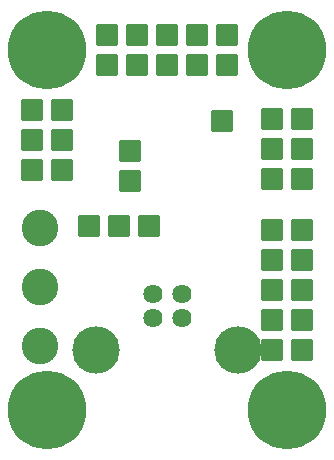
<source format=gbr>
%TF.GenerationSoftware,KiCad,Pcbnew,6.0.10+dfsg-1~bpo11+1*%
%TF.CreationDate,2023-02-13T23:43:47+00:00*%
%TF.ProjectId,USBI2C01,55534249-3243-4303-912e-6b696361645f,I2CUSB01A*%
%TF.SameCoordinates,Original*%
%TF.FileFunction,Soldermask,Top*%
%TF.FilePolarity,Negative*%
%FSLAX46Y46*%
G04 Gerber Fmt 4.6, Leading zero omitted, Abs format (unit mm)*
G04 Created by KiCad (PCBNEW 6.0.10+dfsg-1~bpo11+1) date 2023-02-13 23:43:47*
%MOMM*%
%LPD*%
G01*
G04 APERTURE LIST*
G04 Aperture macros list*
%AMRoundRect*
0 Rectangle with rounded corners*
0 $1 Rounding radius*
0 $2 $3 $4 $5 $6 $7 $8 $9 X,Y pos of 4 corners*
0 Add a 4 corners polygon primitive as box body*
4,1,4,$2,$3,$4,$5,$6,$7,$8,$9,$2,$3,0*
0 Add four circle primitives for the rounded corners*
1,1,$1+$1,$2,$3*
1,1,$1+$1,$4,$5*
1,1,$1+$1,$6,$7*
1,1,$1+$1,$8,$9*
0 Add four rect primitives between the rounded corners*
20,1,$1+$1,$2,$3,$4,$5,0*
20,1,$1+$1,$4,$5,$6,$7,0*
20,1,$1+$1,$6,$7,$8,$9,0*
20,1,$1+$1,$8,$9,$2,$3,0*%
G04 Aperture macros list end*
%ADD10C,6.654800*%
%ADD11RoundRect,0.101600X0.825500X-0.825500X0.825500X0.825500X-0.825500X0.825500X-0.825500X-0.825500X0*%
%ADD12RoundRect,0.101600X-0.825500X0.825500X-0.825500X-0.825500X0.825500X-0.825500X0.825500X0.825500X0*%
%ADD13RoundRect,0.101600X0.825500X0.825500X-0.825500X0.825500X-0.825500X-0.825500X0.825500X-0.825500X0*%
%ADD14C,1.625600*%
%ADD15C,4.013200*%
%ADD16C,3.100000*%
G04 APERTURE END LIST*
D10*
%TO.C,X4*%
X138341100Y-89763600D03*
%TD*%
%TO.C,X3*%
X138341100Y-120243600D03*
%TD*%
D11*
%TO.C,SV7*%
X153104850Y-95796100D03*
%TD*%
%TO.C,SV4*%
X159931100Y-100717350D03*
X157391100Y-100717350D03*
X159931100Y-98177350D03*
X157391100Y-98177350D03*
X159931100Y-95637350D03*
X157391100Y-95637350D03*
%TD*%
D10*
%TO.C,X6*%
X158661100Y-89763600D03*
%TD*%
D12*
%TO.C,SV3*%
X146913600Y-104686100D03*
X144373600Y-104686100D03*
X141833600Y-104686100D03*
%TD*%
D11*
%TO.C,SV6*%
X139611100Y-99923600D03*
X137071100Y-99923600D03*
X139611100Y-97383600D03*
X137071100Y-97383600D03*
X139611100Y-94843600D03*
X137071100Y-94843600D03*
%TD*%
%TO.C,SV2*%
X159931100Y-115163600D03*
X157391100Y-115163600D03*
X159931100Y-112623600D03*
X157391100Y-112623600D03*
X159931100Y-110083600D03*
X157391100Y-110083600D03*
X159931100Y-107543600D03*
X157391100Y-107543600D03*
X159931100Y-105003600D03*
X157391100Y-105003600D03*
%TD*%
D10*
%TO.C,X5*%
X158661100Y-120243600D03*
%TD*%
D13*
%TO.C,SV5*%
X153581100Y-88493600D03*
X153581100Y-91033600D03*
X151041100Y-88493600D03*
X151041100Y-91033600D03*
X148501100Y-88493600D03*
X148501100Y-91033600D03*
X145961100Y-88493600D03*
X145961100Y-91033600D03*
X143421100Y-88493600D03*
X143421100Y-91033600D03*
%TD*%
%TO.C,SV1*%
X145326100Y-100876100D03*
X145326100Y-98336100D03*
%TD*%
D14*
%TO.C,X2*%
X149751100Y-110463600D03*
X147251100Y-110463600D03*
X147251100Y-112463600D03*
X149751100Y-112463600D03*
D15*
X142501100Y-115163600D03*
X154501100Y-115163600D03*
%TD*%
D16*
%TO.C,D2*%
X137706100Y-104823600D03*
%TD*%
%TO.C,D1*%
X137706100Y-114823600D03*
%TD*%
%TO.C,D3*%
X137706100Y-109823600D03*
%TD*%
M02*

</source>
